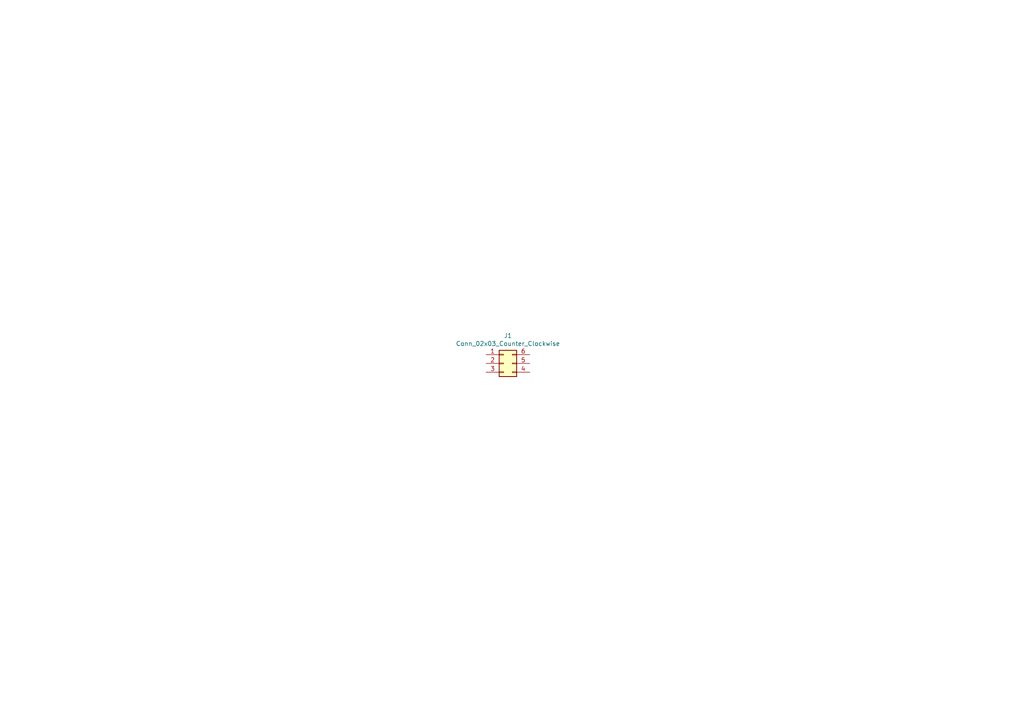
<source format=kicad_sch>
(kicad_sch (version 20211123) (generator eeschema)
  (paper "A4")
  (lib_symbols
    (symbol "Connector_Generic:Conn_02x03_Counter_Clockwise" (pin_names (offset 1.016) hide)
      (property "Reference" "J" (at 1.27 5.08 0))
      (property "Value" "Conn_02x03_Counter_Clockwise" (at 1.27 -5.08 0))
      (symbol "Conn_02x03_Counter_Clockwise_1_1"
        (rectangle (start -1.27 -2.413) (end 0 -2.667) (stroke (width 0.1524)))
        (rectangle (start -1.27 0.127) (end 0 -0.127) (stroke (width 0.1524)))
        (rectangle (start -1.27 2.667) (end 0 2.413) (stroke (width 0.1524)))
        (rectangle (start -1.27 3.81) (end 3.81 -3.81) (stroke (width 0.254)) (fill (type background)))
        (rectangle (start 3.81 -2.413) (end 2.54 -2.667) (stroke (width 0.1524)))
        (rectangle (start 3.81 0.127) (end 2.54 -0.127) (stroke (width 0.1524)))
        (rectangle (start 3.81 2.667) (end 2.54 2.413) (stroke (width 0.1524)))
        (pin passive line (at -5.08 2.54 0) (length 3.81) (name "Pin_1") (number "1"))
        (pin passive line (at -5.08 0 0) (length 3.81) (name "Pin_2") (number "2"))
        (pin passive line (at -5.08 -2.54 0) (length 3.81) (name "Pin_3") (number "3"))
        (pin passive line (at 7.62 -2.54 180) (length 3.81) (name "Pin_4") (number "4"))
        (pin passive line (at 7.62 0 180) (length 3.81) (name "Pin_5") (number "5"))
        (pin passive line (at 7.62 2.54 180) (length 3.81) (name "Pin_6") (number "6"))
      )
    )
  )
  (symbol (lib_id "Connector_Generic:Conn_02x03_Counter_Clockwise") (at 146.05 105.41 0) (unit 1)
    (property "Reference" "J1" (at 147.32 97.3582 0))
    (property "Value" "Conn_02x03_Counter_Clockwise" (at 147.32 99.6696 0))
    (property "Footprint" "Connector:Tag-Connect_TC2030-IDC-NL_2x03_P1.27mm_Vertical" (effects hide))
  )
)
</source>
